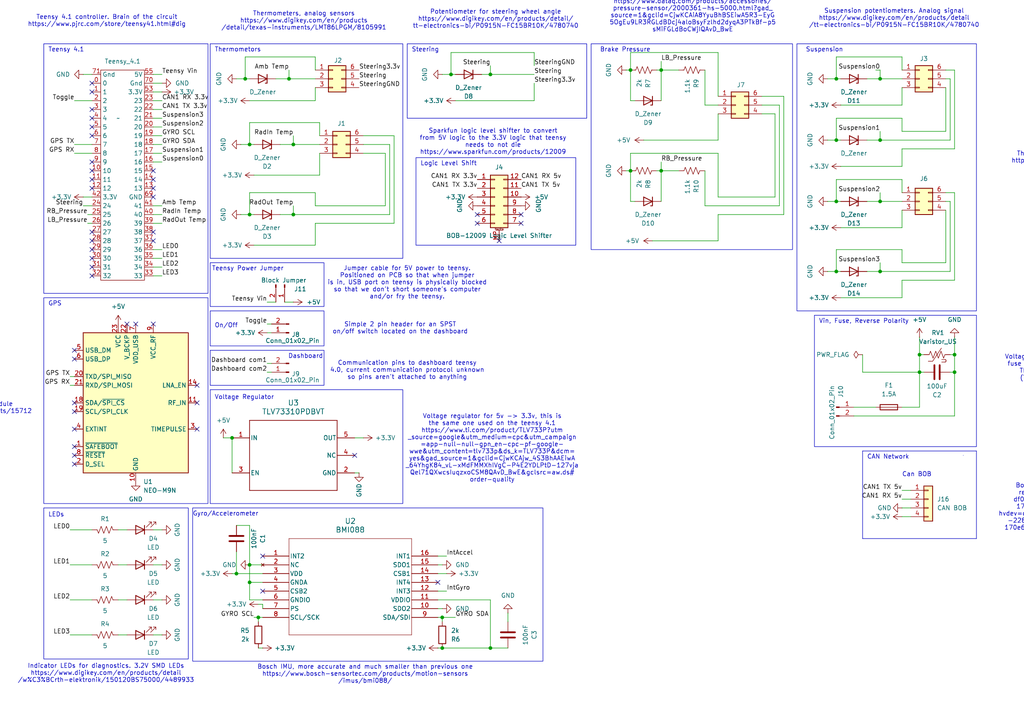
<source format=kicad_sch>
(kicad_sch (version 20231120) (generator "eeschema") (generator_version "8.0")
  (paper "A4")
  (title_block (title "HAL-9 Teensy 4.1 Breakout Board") (rev "2.1.2") (company "WAZZU Racing") (comment 1 "Code By: Aidan Bachart") (comment 2 "Design By: Carson Clary"))
  (lib_symbols
    (symbol "2024-09-11_23-58-10:BMI088" (pin_names (offset 0.254))
      (property "Reference" "U" (at 25.4 10.16 0))
      (property "Value" "BMI088" (at 25.4 7.62 0))
      (symbol "BMI088_0_1"
        (pin bidirectional line (at 0 0 0) (length 7.62) (name "INT2") (number "1"))
        (pin bidirectional line (at 50.8 -15.24 180) (length 7.62) (name "SDO2") (number "10"))
        (pin power_in line (at 50.8 -12.7 180) (length 7.62) (name "VDDIO") (number "11"))
        (pin bidirectional line (at 50.8 -10.16 180) (length 7.62) (name "INT3") (number "12"))
        (pin bidirectional line (at 50.8 -7.62 180) (length 7.62) (name "INT4") (number "13"))
        (pin bidirectional line (at 50.8 -5.08 180) (length 7.62) (name "CSB1") (number "14"))
        (pin bidirectional line (at 50.8 -2.54 180) (length 7.62) (name "SDO1") (number "15"))
        (pin bidirectional line (at 50.8 0 180) (length 7.62) (name "INT1") (number "16"))
        (pin no_connect line (at 0 -2.54 0) (length 7.62) (name "NC") (number "2"))
        (pin power_in line (at 0 -5.08 0) (length 7.62) (name "VDD") (number "3"))
        (pin power_out line (at 0 -7.62 0) (length 7.62) (name "GNDA") (number "4"))
        (pin bidirectional line (at 0 -10.16 0) (length 7.62) (name "CSB2") (number "5"))
        (pin power_out line (at 0 -12.7 0) (length 7.62) (name "GNDIO") (number "6"))
        (pin unspecified line (at 0 -15.24 0) (length 7.62) (name "PS") (number "7"))
        (pin unspecified line (at 0 -17.78 0) (length 7.62) (name "SCL/SCK") (number "8"))
        (pin unspecified line (at 50.8 -17.78 180) (length 7.62) (name "SDA/SDI") (number "9"))
      )
    )
    (symbol "Connector:Conn_01x02_Pin" (pin_names (offset 1.016) hide)
      (property "Reference" "J" (at 0 2.54 0))
      (property "Value" "Conn_01x02_Pin" (at 0 -5.08 0))
      (symbol "Conn_01x02_Pin_1_1"
        (pin passive line (at 5.08 0 180) (length 3.81) (name "Pin_1") (number "1"))
        (pin passive line (at 5.08 -2.54 180) (length 3.81) (name "Pin_2") (number "2"))
      )
    )
    (symbol "Connector_Generic:Conn_01x04" (pin_names (offset 1.016) hide)
      (property "Reference" "J" (at 0 5.08 0))
      (property "Value" "Conn_01x04" (at 0 -7.62 0))
      (symbol "Conn_01x04_1_1"
        (pin passive line (at -5.08 2.54 0) (length 3.81) (name "Pin_1") (number "1"))
        (pin passive line (at -5.08 0 0) (length 3.81) (name "Pin_2") (number "2"))
        (pin passive line (at -5.08 -2.54 0) (length 3.81) (name "Pin_3") (number "3"))
        (pin passive line (at -5.08 -5.08 0) (length 3.81) (name "Pin_4") (number "4"))
      )
    )
    (symbol "Connector_Generic:Conn_02x03_Counter_Clockwise" (pin_names (offset 1.016) hide)
      (property "Reference" "J" (at 1.27 5.08 0))
      (property "Value" "Conn_02x03_Counter_Clockwise" (at 1.27 -5.08 0))
      (symbol "Conn_02x03_Counter_Clockwise_1_1"
        (pin passive line (at -5.08 2.54 0) (length 3.81) (name "Pin_1") (number "1"))
        (pin passive line (at -5.08 0 0) (length 3.81) (name "Pin_2") (number "2"))
        (pin passive line (at -5.08 -2.54 0) (length 3.81) (name "Pin_3") (number "3"))
        (pin passive line (at 7.62 -2.54 180) (length 3.81) (name "Pin_4") (number "4"))
        (pin passive line (at 7.62 0 180) (length 3.81) (name "Pin_5") (number "5"))
        (pin passive line (at 7.62 2.54 180) (length 3.81) (name "Pin_6") (number "6"))
      )
    )
    (symbol "Connector_Generic_MountingPin:Conn_02x06_Counter_Clockwise_MountingPin" (pin_names (offset 1.016) hide)
      (property "Reference" "J" (at 1.27 7.62 0))
      (property "Value" "Conn_02x06_Counter_Clockwise_MountingPin" (at 2.54 -10.16 0))
      (symbol "Conn_02x06_Counter_Clockwise_MountingPin_1_1"
        (text "Mounting" (at 1.27 -9.271 0) (effects (font (size 0.381 0.381))))
        (pin passive line (at -5.08 5.08 0) (length 3.81) (name "Pin_1") (number "1"))
        (pin passive line (at 7.62 0 180) (length 3.81) (name "Pin_10") (number "10"))
        (pin passive line (at 7.62 2.54 180) (length 3.81) (name "Pin_11") (number "11"))
        (pin passive line (at 7.62 5.08 180) (length 3.81) (name "Pin_12") (number "12"))
        (pin passive line (at -5.08 2.54 0) (length 3.81) (name "Pin_2") (number "2"))
        (pin passive line (at -5.08 0 0) (length 3.81) (name "Pin_3") (number "3"))
        (pin passive line (at -5.08 -2.54 0) (length 3.81) (name "Pin_4") (number "4"))
        (pin passive line (at -5.08 -5.08 0) (length 3.81) (name "Pin_5") (number "5"))
        (pin passive line (at -5.08 -7.62 0) (length 3.81) (name "Pin_6") (number "6"))
        (pin passive line (at 7.62 -7.62 180) (length 3.81) (name "Pin_7") (number "7"))
        (pin passive line (at 7.62 -5.08 180) (length 3.81) (name "Pin_8") (number "8"))
        (pin passive line (at 7.62 -2.54 180) (length 3.81) (name "Pin_9") (number "9"))
        (pin passive line (at 1.27 -12.7 90) (length 3.048) (name "MountPin") (number "MP"))
      )
    )
    (symbol "Custom Symbols:TLV73310PDBVT" (pin_names (offset 0.254))
      (property "Reference" "U" (at 0 2.54 0))
      (property "Value" "TLV73310PDBVT" (at 0 0 0))
      (symbol "TLV73310PDBVT_0_1"
        (pin power_in line (at -17.78 5.08 0) (length 5.08) (name "IN") (number "1"))
        (pin power_in line (at 17.78 -5.08 180) (length 5.08) (name "GND") (number "2"))
        (pin input line (at -17.78 -5.08 0) (length 5.08) (name "EN") (number "3"))
        (pin unspecified line (at 17.78 0 180) (length 5.08) (name "NC") (number "4"))
        (pin power_in line (at 17.78 5.08 180) (length 5.08) (name "OUT") (number "5"))
      )
    )
    (symbol "Custom_lib:Teensy_4.1"
      (property "Reference" "Teensy_4.1" (at -1.27 31.75 0))
      (symbol "Teensy_4.1_1_1"
        (pin bidirectional line (at -8.89 26.67 0) (length 2.54) (name "0") (number "0"))
        (pin bidirectional line (at -8.89 24.13 0) (length 2.54) (name "1") (number "1"))
        (pin bidirectional line (at -8.89 1.27 0) (length 2.54) (name "10") (number "10"))
        (pin bidirectional line (at -8.89 -1.27 0) (length 2.54) (name "11") (number "11"))
        (pin bidirectional line (at -8.89 -3.81 0) (length 2.54) (name "12") (number "12"))
        (pin bidirectional line (at 8.89 -3.81 180) (length 2.54) (name "13") (number "13"))
        (pin bidirectional line (at 8.89 -1.27 180) (length 2.54) (name "14") (number "14"))
        (pin bidirectional line (at 8.89 1.27 180) (length 2.54) (name "15") (number "15"))
        (pin bidirectional line (at 8.89 3.81 180) (length 2.54) (name "16") (number "16"))
        (pin bidirectional line (at 8.89 6.35 180) (length 2.54) (name "17") (number "17"))
        (pin bidirectional line (at 8.89 8.89 180) (length 2.54) (name "18") (number "18"))
        (pin bidirectional line (at 8.89 11.43 180) (length 2.54) (name "19") (number "19"))
        (pin bidirectional line (at -8.89 21.59 0) (length 2.54) (name "2") (number "2"))
        (pin bidirectional line (at 8.89 13.97 180) (length 2.54) (name "20") (number "20"))
        (pin bidirectional line (at 8.89 16.51 180) (length 2.54) (name "21") (number "21"))
        (pin bidirectional line (at 8.89 19.05 180) (length 2.54) (name "22") (number "22"))
        (pin bidirectional line (at 8.89 21.59 180) (length 2.54) (name "23") (number "23"))
        (pin bidirectional line (at -8.89 -8.89 0) (length 2.54) (name "24") (number "24"))
        (pin bidirectional line (at -8.89 -11.43 0) (length 2.54) (name "25") (number "25"))
        (pin bidirectional line (at -8.89 -13.97 0) (length 2.54) (name "26") (number "26"))
        (pin bidirectional line (at -8.89 -16.51 0) (length 2.54) (name "27") (number "27"))
        (pin bidirectional line (at -8.89 -19.05 0) (length 2.54) (name "28") (number "28"))
        (pin bidirectional line (at -8.89 -21.59 0) (length 2.54) (name "29") (number "29"))
        (pin bidirectional line (at -8.89 19.05 0) (length 2.54) (name "3") (number "3"))
        (pin bidirectional line (at -8.89 -24.13 0) (length 2.54) (name "30") (number "30"))
        (pin bidirectional line (at -8.89 -26.67 0) (length 2.54) (name "31") (number "31"))
        (pin bidirectional line (at -8.89 -29.21 0) (length 2.54) (name "32") (number "32"))
        (pin bidirectional line (at 8.89 -29.21 180) (length 2.54) (name "33") (number "33"))
        (pin bidirectional line (at 8.89 -26.67 180) (length 2.54) (name "34") (number "34"))
        (pin bidirectional line (at 8.89 -24.13 180) (length 2.54) (name "35") (number "35"))
        (pin bidirectional line (at 8.89 -21.59 180) (length 2.54) (name "36") (number "36"))
        (pin bidirectional line (at 8.89 -19.05 180) (length 2.54) (name "37") (number "37"))
        (pin bidirectional line (at 8.89 -16.51 180) (length 2.54) (name "38") (number "38"))
        (pin bidirectional line (at 8.89 -13.97 180) (length 2.54) (name "39") (number "39"))
        (pin bidirectional line (at -8.89 16.51 0) (length 2.54) (name "4") (number "4"))
        (pin bidirectional line (at 8.89 -11.43 180) (length 2.54) (name "40") (number "40"))
        (pin bidirectional line (at 8.89 -8.89 180) (length 2.54) (name "41") (number "41"))
        (pin passive line (at -8.89 -6.35 0) (length 2.54) (name "3.3V") (number "42"))
        (pin bidirectional line (at -8.89 13.97 0) (length 2.54) (name "5") (number "5"))
        (pin passive line (at 8.89 24.13 180) (length 2.54) (name "3.3V") (number "53"))
        (pin passive line (at 8.89 29.21 180) (length 2.54) (name "5V") (number "55"))
        (pin bidirectional line (at -8.89 11.43 0) (length 2.54) (name "6") (number "6"))
        (pin bidirectional line (at 8.89 -6.35 180) (length 2.54) (name "GND") (number "69"))
        (pin bidirectional line (at -8.89 8.89 0) (length 2.54) (name "7") (number "7"))
        (pin passive line (at 8.89 26.67 180) (length 2.54) (name "Gnd") (number "70"))
        (pin passive line (at -8.89 29.21 0) (length 2.54) (name "Gnd") (number "71"))
        (pin bidirectional line (at -8.89 6.35 0) (length 2.54) (name "8") (number "8"))
        (pin bidirectional line (at -8.89 3.81 0) (length 2.54) (name "9") (number "9"))
      )
    )
    (symbol "Device:C" (pin_numbers hide) (pin_names (offset 0.254))
      (property "Reference" "C" (at 0.635 2.54 0))
      (property "Value" "C" (at 0.635 -2.54 0))
      (symbol "C_1_1"
        (pin passive line (at 0 3.81 270) (length 2.794) (name "~") (number "1"))
        (pin passive line (at 0 -3.81 90) (length 2.794) (name "~") (number "2"))
      )
    )
    (symbol "Device:D_Zener" (pin_numbers hide) (pin_names (offset 1.016) hide)
      (property "Reference" "D" (at 0 2.54 0))
      (property "Value" "D_Zener" (at 0 -2.54 0))
      (symbol "D_Zener_1_1"
        (pin passive line (at -3.81 0 0) (length 2.54) (name "K") (number "1"))
        (pin passive line (at 3.81 0 180) (length 2.54) (name "A") (number "2"))
      )
    )
    (symbol "Device:Fuse" (pin_numbers hide) (pin_names (offset 0))
      (property "Reference" "F" (at 2.032 0 90))
      (property "Value" "Fuse" (at -1.905 0 90))
      (symbol "Fuse_1_1"
        (pin passive line (at 0 3.81 270) (length 1.27) (name "~") (number "1"))
        (pin passive line (at 0 -3.81 90) (length 1.27) (name "~") (number "2"))
      )
    )
    (symbol "Device:LED" (pin_numbers hide) (pin_names (offset 1.016) hide)
      (property "Reference" "D" (at 0 2.54 0))
      (property "Value" "LED" (at 0 -2.54 0))
      (symbol "LED_1_1"
        (pin passive line (at -3.81 0 0) (length 2.54) (name "K") (number "1"))
        (pin passive line (at 3.81 0 180) (length 2.54) (name "A") (number "2"))
      )
    )
    (symbol "Device:R" (pin_numbers hide) (pin_names (offset 0))
      (property "Reference" "R" (at 2.032 0 90))
      (property "Value" "R" (at 0 0 90))
      (symbol "R_1_1"
        (pin passive line (at 0 3.81 270) (length 1.27) (name "~") (number "1"))
        (pin passive line (at 0 -3.81 90) (length 1.27) (name "~") (number "2"))
      )
    )
    (symbol "Device:R_US" (pin_numbers hide) (pin_names (offset 0))
      (property "Reference" "R" (at 2.54 0 90))
      (property "Value" "R_US" (at -2.54 0 90))
      (symbol "R_US_1_1"
        (pin passive line (at 0 3.81 270) (length 1.27) (name "~") (number "1"))
        (pin passive line (at 0 -3.81 90) (length 1.27) (name "~") (number "2"))
      )
    )
    (symbol "Device:Varistor_US" (pin_numbers hide) (pin_names (offset 0))
      (property "Reference" "RV" (at 3.175 0 90))
      (property "Value" "Varistor_US" (at -3.175 0 90))
      (symbol "Varistor_US_0_0"
        (text "U" (at -1.778 -2.032 0) (effects (font (size 1.27 1.27))))
      )
      (symbol "Varistor_US_1_1"
        (pin passive line (at 0 3.81 270) (length 1.27) (name "~") (number "1"))
        (pin passive line (at 0 -3.81 90) (length 1.27) (name "~") (number "2"))
      )
    )
    (symbol "RF_GPS:NEO-M9N"
      (property "Reference" "U" (at -13.97 21.59 0))
      (property "Value" "NEO-M9N" (at 11.43 21.59 0))
      (symbol "NEO-M9N_1_1"
        (pin input line (at -17.78 -12.7 0) (length 2.54) (name "~{SAFEBOOT}") (number "1"))
        (pin power_in line (at 0 -22.86 90) (length 2.54) (name "GND") (number "10"))
        (pin input line (at 17.78 0 180) (length 2.54) (name "RF_IN") (number "11"))
        (pin passive line (at 0 -22.86 90) (length 2.54) hide (name "GND") (number "12"))
        (pin passive line (at 0 -22.86 90) (length 2.54) hide (name "GND") (number "13"))
        (pin output line (at 17.78 5.08 180) (length 2.54) (name "LNA_EN") (number "14"))
        (pin no_connect line (at 15.24 -10.16 180) (length 2.54) hide (name "RESERVED") (number "15"))
        (pin no_connect line (at 15.24 -12.7 180) (length 2.54) hide (name "RESERVED") (number "16"))
        (pin no_connect line (at 15.24 -15.24 180) (length 2.54) hide (name "RESERVED") (number "17"))
        (pin bidirectional line (at -17.78 0 0) (length 2.54) (name "SDA/~{SPI_CS}") (number "18"))
        (pin input line (at -17.78 -2.54 0) (length 2.54) (name "SCL/SPI_CLK") (number "19"))
        (pin input line (at -17.78 -17.78 0) (length 2.54) (name "D_SEL") (number "2"))
        (pin output line (at -17.78 7.62 0) (length 2.54) (name "TXD/SPI_MISO") (number "20"))
        (pin input line (at -17.78 5.08 0) (length 2.54) (name "RXD/SPI_MOSI") (number "21"))
        (pin power_in line (at -2.54 22.86 270) (length 2.54) (name "V_BCKP") (number "22"))
        (pin power_in line (at -5.08 22.86 270) (length 2.54) (name "VCC") (number "23"))
        (pin passive line (at 0 -22.86 90) (length 2.54) hide (name "GND") (number "24"))
        (pin output line (at 17.78 -7.62 180) (length 2.54) (name "TIMEPULSE") (number "3"))
        (pin input line (at -17.78 -7.62 0) (length 2.54) (name "EXTINT") (number "4"))
        (pin bidirectional line (at -17.78 15.24 0) (length 2.54) (name "USB_DM") (number "5"))
        (pin bidirectional line (at -17.78 12.7 0) (length 2.54) (name "USB_DP") (number "6"))
        (pin power_in line (at 0 22.86 270) (length 2.54) (name "VDD_USB") (number "7"))
        (pin input line (at -17.78 -15.24 0) (length 2.54) (name "~{RESET}") (number "8"))
        (pin power_out line (at 5.08 22.86 270) (length 2.54) (name "VCC_RF") (number "9"))
      )
    )
    (symbol "power:+3.3V" (power) (pin_numbers hide) (pin_names (offset 0) hide)
      (property "Value" "+3.3V" (at 0 3.556 0))
      (symbol "+3.3V_1_1"
        (pin power_in line (at 0 0 90) (length 0) (name "~") (number "1"))
      )
    )
    (symbol "power:+5V" (power) (pin_numbers hide) (pin_names (offset 0) hide)
      (property "Value" "+5V" (at 0 3.556 0))
      (symbol "+5V_1_1"
        (pin power_in line (at 0 0 90) (length 0) (name "~") (number "1"))
      )
    )
    (symbol "power:GND" (power) (pin_numbers hide) (pin_names (offset 0) hide)
      (property "Value" "GND" (at 0 -3.81 0))
      (symbol "GND_1_1"
        (pin power_in line (at 0 0 270) (length 0) (name "~") (number "1"))
      )
    )
    (symbol "power:PWR_FLAG" (power) (pin_numbers hide) (pin_names (offset 0) hide)
      (property "Value" "PWR_FLAG" (at 0 3.81 0))
      (symbol "PWR_FLAG_0_0"
        (pin power_out line (at 0 0 90) (length 0) (name "~") (number "1"))
      )
    )
  )
  (junction (at 276.86 102.87))
  (junction (at 83.82 22.86))
  (junction (at 72.39 62.23))
  (junction (at 242.57 22.86))
  (junction (at 68.58 166.37))
  (junction (at 242.57 58.42))
  (junction (at 67.31 127))
  (junction (at 191.77 20.32))
  (junction (at 266.7 107.95))
  (junction (at 130.81 21.59))
  (junction (at 142.24 21.59))
  (junction (at 182.88 20.32))
  (junction (at 85.09 62.23))
  (junction (at 266.7 102.87))
  (junction (at 72.39 168.91))
  (junction (at 276.86 107.95))
  (junction (at 71.12 22.86))
  (junction (at 182.88 49.53))
  (junction (at 74.93 179.07))
  (junction (at 255.27 22.86))
  (junction (at 142.24 187.96))
  (junction (at 255.27 40.64))
  (junction (at 255.27 78.74))
  (junction (at 242.57 40.64))
  (junction (at 85.09 41.91))
  (junction (at 72.39 163.83))
  (junction (at 128.27 179.07))
  (junction (at 255.27 58.42))
  (junction (at 242.57 78.74))
  (junction (at 72.39 41.91))
  (junction (at 128.27 187.96))
  (junction (at 191.77 49.53))
  (no_connect (at 26.67 72.39))
  (no_connect (at 44.45 69.85))
  (no_connect (at 26.67 36.83))
  (no_connect (at 26.67 80.01))
  (no_connect (at 26.67 24.13))
  (no_connect (at 57.15 116.84))
  (no_connect (at 44.45 52.07))
  (no_connect (at 44.45 54.61))
  (no_connect (at 26.67 46.99))
  (no_connect (at 26.67 49.53))
  (no_connect (at 57.15 111.76))
  (no_connect (at 21.59 132.08))
  (no_connect (at 21.59 129.54))
  (no_connect (at 21.59 134.62))
  (no_connect (at 144.78 69.85))
  (no_connect (at 26.67 69.85))
  (no_connect (at 26.67 74.93))
  (no_connect (at 26.67 77.47))
  (no_connect (at 138.43 64.77))
  (no_connect (at 26.67 34.29))
  (no_connect (at 39.37 93.98))
  (no_connect (at 21.59 104.14))
  (no_connect (at 26.67 67.31))
  (no_connect (at 44.45 67.31))
  (no_connect (at 57.15 124.46))
  (no_connect (at 127 168.91))
  (no_connect (at 26.67 54.61))
  (no_connect (at 21.59 124.46))
  (no_connect (at 44.45 49.53))
  (no_connect (at 21.59 116.84))
  (no_connect (at 21.59 101.6))
  (no_connect (at 44.45 93.98))
  (no_connect (at 76.2 161.29))
  (no_connect (at 21.59 119.38))
  (no_connect (at 26.67 52.07))
  (no_connect (at 151.13 62.23))
  (no_connect (at 26.67 26.67))
  (no_connect (at 36.83 93.98))
  (no_connect (at 138.43 62.23))
  (no_connect (at 102.87 132.08))
  (no_connect (at 76.2 171.45))
  (no_connect (at 26.67 31.75))
  (no_connect (at 151.13 64.77))
  (no_connect (at 44.45 57.15))
  (no_connect (at 26.67 39.37))
  (wire (pts (xy 274.32 60.96) (xy 274.32 76.2)))
  (wire (pts (xy 191.77 49.53) (xy 196.85 49.53)))
  (wire (pts (xy 74.93 175.26) (xy 76.2 175.26)))
  (wire (pts (xy 34.29 163.83) (xy 36.83 163.83)))
  (wire (pts (xy 276.86 55.88) (xy 274.32 55.88)))
  (wire (pts (xy 191.77 49.53) (xy 191.77 58.42)))
  (wire (pts (xy 251.46 22.86) (xy 255.27 22.86)))
  (wire (pts (xy 44.45 153.67) (xy 46.99 153.67)))
  (wire (pts (xy 250.19 107.95) (xy 266.7 107.95)))
  (wire (pts (xy 25.4 64.77) (xy 26.67 64.77)))
  (wire (pts (xy 20.32 184.15) (xy 26.67 184.15)))
  (wire (pts (xy 127 173.99) (xy 142.24 173.99)))
  (wire (pts (xy 182.88 20.32) (xy 182.88 29.21)))
  (wire (pts (xy 261.62 22.86) (xy 255.27 22.86)))
  (wire (pts (xy 276.86 97.79) (xy 276.86 102.87)))
  (wire (pts (xy 92.71 44.45) (xy 92.71 50.8)))
  (wire (pts (xy 91.44 71.12) (xy 73.66 71.12)))
  (wire (pts (xy 204.47 49.53) (xy 204.47 59.69)))
  (wire (pts (xy 184.15 29.21) (xy 182.88 29.21)))
  (wire (pts (xy 44.45 26.67) (xy 46.99 26.67)))
  (wire (pts (xy 186.69 40.64) (xy 208.28 40.64)))
  (wire (pts (xy 114.3 64.77) (xy 114.3 39.37)))
  (wire (pts (xy 81.28 41.91) (xy 85.09 41.91)))
  (wire (pts (xy 154.94 24.13) (xy 154.94 29.21)))
  (wire (pts (xy 154.94 15.24) (xy 154.94 19.05)))
  (wire (pts (xy 44.45 163.83) (xy 46.99 163.83)))
  (wire (pts (xy 226.06 30.48) (xy 226.06 59.69)))
  (wire (pts (xy 91.44 25.4) (xy 91.44 29.21)))
  (wire (pts (xy 44.45 29.21) (xy 46.99 29.21)))
  (wire (pts (xy 44.45 64.77) (xy 46.99 64.77)))
  (wire (pts (xy 261.62 144.78) (xy 264.16 144.78)))
  (wire (pts (xy 261.62 52.07) (xy 261.62 55.88)))
  (wire (pts (xy 276.86 102.87) (xy 276.86 107.95)))
  (wire (pts (xy 266.7 102.87) (xy 267.97 102.87)))
  (wire (pts (xy 128.27 179.07) (xy 132.08 179.07)))
  (wire (pts (xy 69.85 62.23) (xy 72.39 62.23)))
  (wire (pts (xy 276.86 43.18) (xy 261.62 43.18)))
  (wire (pts (xy 72.39 35.56) (xy 92.71 35.56)))
  (wire (pts (xy 72.39 168.91) (xy 72.39 173.99)))
  (wire (pts (xy 255.27 78.74) (xy 275.59 78.74)))
  (wire (pts (xy 242.57 78.74) (xy 242.57 72.39)))
  (wire (pts (xy 44.45 184.15) (xy 46.99 184.15)))
  (wire (pts (xy 139.7 21.59) (xy 142.24 21.59)))
  (wire (pts (xy 21.59 44.45) (xy 26.67 44.45)))
  (wire (pts (xy 91.44 22.86) (xy 83.82 22.86)))
  (wire (pts (xy 72.39 152.4) (xy 72.39 163.83)))
  (wire (pts (xy 113.03 62.23) (xy 113.03 41.91)))
  (wire (pts (xy 255.27 76.2) (xy 255.27 78.74)))
  (wire (pts (xy 261.62 72.39) (xy 261.62 76.2)))
  (wire (pts (xy 91.44 59.69) (xy 91.44 55.88)))
  (wire (pts (xy 111.76 44.45) (xy 105.41 44.45)))
  (wire (pts (xy 251.46 58.42) (xy 255.27 58.42)))
  (wire (pts (xy 204.47 20.32) (xy 204.47 30.48)))
  (wire (pts (xy 182.88 20.32) (xy 182.88 15.24)))
  (wire (pts (xy 240.03 40.64) (xy 242.57 40.64)))
  (wire (pts (xy 266.7 118.11) (xy 266.7 107.95)))
  (wire (pts (xy 127 171.45) (xy 129.54 171.45)))
  (wire (pts (xy 128.27 176.53) (xy 127 176.53)))
  (wire (pts (xy 275.59 58.42) (xy 274.32 58.42)))
  (wire (pts (xy 182.88 49.53) (xy 182.88 58.42)))
  (wire (pts (xy 91.44 59.69) (xy 111.76 59.69)))
  (polyline (pts (xy 250.19 130.81) (xy 250.19 156.21)))
  (wire (pts (xy 191.77 20.32) (xy 191.77 29.21)))
  (wire (pts (xy 242.57 52.07) (xy 261.62 52.07)))
  (wire (pts (xy 127 187.96) (xy 128.27 187.96)))
  (wire (pts (xy 74.93 180.34) (xy 74.93 179.07)))
  (wire (pts (xy 275.59 58.42) (xy 275.59 78.74)))
  (wire (pts (xy 243.84 22.86) (xy 242.57 22.86)))
  (wire (pts (xy 85.09 59.69) (xy 85.09 62.23)))
  (wire (pts (xy 220.98 30.48) (xy 226.06 30.48)))
  (wire (pts (xy 250.19 102.87) (xy 250.19 107.95)))
  (wire (pts (xy 182.88 44.45) (xy 208.28 44.45)))
  (wire (pts (xy 266.7 102.87) (xy 266.7 107.95)))
  (wire (pts (xy 276.86 81.28) (xy 261.62 81.28)))
  (wire (pts (xy 142.24 21.59) (xy 154.94 21.59)))
  (wire (pts (xy 85.09 41.91) (xy 92.71 41.91)))
  (wire (pts (xy 20.32 109.22) (xy 21.59 109.22)))
  (wire (pts (xy 276.86 20.32) (xy 276.86 43.18)))
  (wire (pts (xy 128.27 187.96) (xy 142.24 187.96)))
  (wire (pts (xy 44.45 72.39) (xy 46.99 72.39)))
  (wire (pts (xy 184.15 58.42) (xy 182.88 58.42)))
  (wire (pts (xy 25.4 62.23) (xy 26.67 62.23)))
  (wire (pts (xy 46.99 59.69) (xy 44.45 59.69)))
  (wire (pts (xy 275.59 22.86) (xy 274.32 22.86)))
  (wire (pts (xy 72.39 22.86) (xy 71.12 22.86)))
  (wire (pts (xy 73.66 50.8) (xy 92.71 50.8)))
  (wire (pts (xy 24.13 21.59) (xy 26.67 21.59)))
  (wire (pts (xy 243.84 48.26) (xy 261.62 48.26)))
  (wire (pts (xy 44.45 21.59) (xy 46.99 21.59)))
  (wire (pts (xy 240.03 22.86) (xy 242.57 22.86)))
  (wire (pts (xy 189.23 69.85) (xy 208.28 69.85)))
  (wire (pts (xy 85.09 62.23) (xy 113.03 62.23)))
  (wire (pts (xy 181.61 49.53) (xy 182.88 49.53)))
  (wire (pts (xy 77.47 96.52) (xy 78.74 96.52)))
  (wire (pts (xy 76.2 175.26) (xy 76.2 176.53)))
  (wire (pts (xy 85.09 39.37) (xy 85.09 41.91)))
  (wire (pts (xy 208.28 57.15) (xy 224.79 57.15)))
  (wire (pts (xy 261.62 76.2) (xy 274.32 76.2)))
  (wire (pts (xy 208.28 62.23) (xy 208.28 69.85)))
  (wire (pts (xy 20.32 173.99) (xy 26.67 173.99)))
  (wire (pts (xy 127 179.07) (xy 128.27 179.07)))
  (wire (pts (xy 128.27 163.83) (xy 127 163.83)))
  (wire (pts (xy 276.86 102.87) (xy 275.59 102.87)))
  (wire (pts (xy 142.24 173.99) (xy 142.24 187.96)))
  (wire (pts (xy 81.28 62.23) (xy 85.09 62.23)))
  (wire (pts (xy 91.44 64.77) (xy 91.44 71.12)))
  (wire (pts (xy 243.84 78.74) (xy 242.57 78.74)))
  (wire (pts (xy 132.08 21.59) (xy 130.81 21.59)))
  (wire (pts (xy 130.81 15.24) (xy 130.81 21.59)))
  (wire (pts (xy 243.84 66.04) (xy 261.62 66.04)))
  (wire (pts (xy 44.45 31.75) (xy 46.99 31.75)))
  (wire (pts (xy 275.59 40.64) (xy 275.59 22.86)))
  (wire (pts (xy 67.31 127) (xy 67.31 137.16)))
  (wire (pts (xy 111.76 59.69) (xy 111.76 44.45)))
  (wire (pts (xy 44.45 173.99) (xy 46.99 173.99)))
  (wire (pts (xy 255.27 55.88) (xy 255.27 58.42)))
  (wire (pts (xy 247.65 118.11) (xy 254 118.11)))
  (wire (pts (xy 261.62 38.1) (xy 274.32 38.1)))
  (wire (pts (xy 72.39 41.91) (xy 73.66 41.91)))
  (wire (pts (xy 243.84 86.36) (xy 261.62 86.36)))
  (wire (pts (xy 255.27 38.1) (xy 255.27 40.64)))
  (wire (pts (xy 72.39 168.91) (xy 76.2 168.91)))
  (wire (pts (xy 224.79 33.02) (xy 220.98 33.02)))
  (wire (pts (xy 34.29 153.67) (xy 36.83 153.67)))
  (wire (pts (xy 243.84 40.64) (xy 242.57 40.64)))
  (wire (pts (xy 147.32 177.8) (xy 147.32 180.34)))
  (wire (pts (xy 20.32 111.76) (xy 21.59 111.76)))
  (wire (pts (xy 21.59 41.91) (xy 26.67 41.91)))
  (wire (pts (xy 44.45 34.29) (xy 46.99 34.29)))
  (wire (pts (xy 77.47 87.63) (xy 80.01 87.63)))
  (wire (pts (xy 261.62 142.24) (xy 264.16 142.24)))
  (wire (pts (xy 68.58 22.86) (xy 71.12 22.86)))
  (wire (pts (xy 44.45 44.45) (xy 46.99 44.45)))
  (wire (pts (xy 181.61 20.32) (xy 182.88 20.32)))
  (wire (pts (xy 72.39 35.56) (xy 72.39 41.91)))
  (wire (pts (xy 191.77 46.99) (xy 191.77 49.53)))
  (wire (pts (xy 224.79 57.15) (xy 224.79 33.02)))
  (wire (pts (xy 266.7 118.11) (xy 261.62 118.11)))
  (wire (pts (xy 127 166.37) (xy 129.54 166.37)))
  (polyline (pts (xy 283.21 130.81) (xy 283.21 156.21)))
  (wire (pts (xy 208.28 62.23) (xy 227.33 62.23)))
  (wire (pts (xy 24.13 57.15) (xy 26.67 57.15)))
  (wire (pts (xy 261.62 25.4) (xy 261.62 30.48)))
  (polyline (pts (xy 250.19 130.81) (xy 283.21 130.81)))
  (wire (pts (xy 255.27 20.32) (xy 254 20.32)))
  (wire (pts (xy 261.62 147.32) (xy 264.16 147.32)))
  (wire (pts (xy 240.03 78.74) (xy 242.57 78.74)))
  (wire (pts (xy 226.06 59.69) (xy 204.47 59.69)))
  (wire (pts (xy 191.77 17.78) (xy 191.77 20.32)))
  (wire (pts (xy 68.58 166.37) (xy 67.31 166.37)))
  (wire (pts (xy 44.45 41.91) (xy 46.99 41.91)))
  (wire (pts (xy 204.47 30.48) (xy 208.28 30.48)))
  (wire (pts (xy 44.45 77.47) (xy 46.99 77.47)))
  (wire (pts (xy 261.62 43.18) (xy 261.62 48.26)))
  (wire (pts (xy 274.32 38.1) (xy 274.32 25.4)))
  (wire (pts (xy 102.87 127) (xy 105.41 127)))
  (wire (pts (xy 64.77 127) (xy 67.31 127)))
  (wire (pts (xy 74.93 179.07) (xy 76.2 179.07)))
  (wire (pts (xy 242.57 58.42) (xy 242.57 52.07)))
  (wire (pts (xy 128.27 180.34) (xy 128.27 179.07)))
  (wire (pts (xy 261.62 16.51) (xy 261.62 20.32)))
  (wire (pts (xy 71.12 16.51) (xy 91.44 16.51)))
  (wire (pts (xy 82.55 87.63) (xy 85.09 87.63)))
  (wire (pts (xy 46.99 62.23) (xy 44.45 62.23)))
  (wire (pts (xy 276.86 55.88) (xy 276.86 81.28)))
  (wire (pts (xy 261.62 60.96) (xy 261.62 66.04)))
  (wire (pts (xy 182.88 15.24) (xy 208.28 15.24)))
  (wire (pts (xy 44.45 39.37) (xy 46.99 39.37)))
  (wire (pts (xy 142.24 187.96) (xy 147.32 187.96)))
  (wire (pts (xy 83.82 20.32) (xy 83.82 22.86)))
  (wire (pts (xy 208.28 57.15) (xy 208.28 44.45)))
  (wire (pts (xy 255.27 20.32) (xy 255.27 22.86)))
  (wire (pts (xy 91.44 64.77) (xy 114.3 64.77)))
  (wire (pts (xy 266.7 97.79) (xy 266.7 102.87)))
  (wire (pts (xy 242.57 40.64) (xy 242.57 34.29)))
  (wire (pts (xy 74.93 187.96) (xy 76.2 187.96)))
  (wire (pts (xy 261.62 58.42) (xy 255.27 58.42)))
  (wire (pts (xy 91.44 55.88) (xy 72.39 55.88)))
  (polyline (pts (xy 283.21 156.21) (xy 250.19 156.21)))
  (wire (pts (xy 21.59 29.21) (xy 26.67 29.21)))
  (wire (pts (xy 77.47 107.95) (xy 78.74 107.95)))
  (wire (pts (xy 91.44 16.51) (xy 91.44 20.32)))
  (wire (pts (xy 242.57 16.51) (xy 261.62 16.51)))
  (wire (pts (xy 72.39 163.83) (xy 76.2 163.83)))
  (wire (pts (xy 242.57 22.86) (xy 242.57 16.51)))
  (wire (pts (xy 128.27 21.59) (xy 130.81 21.59)))
  (wire (pts (xy 20.32 163.83) (xy 26.67 163.83)))
  (wire (pts (xy 44.45 36.83) (xy 46.99 36.83)))
  (wire (pts (xy 34.29 173.99) (xy 36.83 173.99)))
  (wire (pts (xy 274.32 20.32) (xy 276.86 20.32)))
  (wire (pts (xy 69.85 41.91) (xy 72.39 41.91)))
  (wire (pts (xy 255.27 40.64) (xy 275.59 40.64)))
  (wire (pts (xy 132.08 29.21) (xy 154.94 29.21)))
  (wire (pts (xy 80.01 22.86) (xy 83.82 22.86)))
  (wire (pts (xy 240.03 58.42) (xy 242.57 58.42)))
  (wire (pts (xy 242.57 72.39) (xy 261.62 72.39)))
  (wire (pts (xy 251.46 40.64) (xy 255.27 40.64)))
  (wire (pts (xy 261.62 149.86) (xy 264.16 149.86)))
  (wire (pts (xy 142.24 19.05) (xy 142.24 21.59)))
  (wire (pts (xy 251.46 78.74) (xy 255.27 78.74)))
  (wire (pts (xy 227.33 27.94) (xy 220.98 27.94)))
  (wire (pts (xy 92.71 39.37) (xy 92.71 35.56)))
  (wire (pts (xy 114.3 39.37) (xy 105.41 39.37)))
  (wire (pts (xy 24.13 59.69) (xy 26.67 59.69)))
  (wire (pts (xy 113.03 41.91) (xy 105.41 41.91)))
  (wire (pts (xy 71.12 22.86) (xy 71.12 16.51)))
  (wire (pts (xy 247.65 120.65) (xy 276.86 120.65)))
  (wire (pts (xy 243.84 30.48) (xy 261.62 30.48)))
  (wire (pts (xy 72.39 173.99) (xy 76.2 173.99)))
  (wire (pts (xy 77.47 105.41) (xy 78.74 105.41)))
  (wire (pts (xy 77.47 93.98) (xy 78.74 93.98)))
  (wire (pts (xy 130.81 15.24) (xy 154.94 15.24)))
  (wire (pts (xy 73.66 179.07) (xy 74.93 179.07)))
  (wire (pts (xy 44.45 46.99) (xy 46.99 46.99)))
  (wire (pts (xy 73.66 62.23) (xy 72.39 62.23)))
  (wire (pts (xy 68.58 152.4) (xy 72.39 152.4)))
  (wire (pts (xy 191.77 49.53) (xy 190.5 49.53)))
  (wire (pts (xy 34.29 184.15) (xy 36.83 184.15)))
  (wire (pts (xy 44.45 24.13) (xy 46.99 24.13)))
  (wire (pts (xy 261.62 34.29) (xy 261.62 38.1)))
  (wire (pts (xy 191.77 20.32) (xy 196.85 20.32)))
  (wire (pts (xy 261.62 81.28) (xy 261.62 86.36)))
  (wire (pts (xy 242.57 34.29) (xy 261.62 34.29)))
  (wire (pts (xy 72.39 62.23) (xy 72.39 55.88)))
  (wire (pts (xy 227.33 62.23) (xy 227.33 27.94)))
  (wire (pts (xy 72.39 29.21) (xy 91.44 29.21)))
  (wire (pts (xy 68.58 160.02) (xy 68.58 166.37)))
  (wire (pts (xy 20.32 153.67) (xy 26.67 153.67)))
  (wire (pts (xy 191.77 20.32) (xy 190.5 20.32)))
  (wire (pts (xy 276.86 107.95) (xy 276.86 120.65)))
  (wire (pts (xy 76.2 166.37) (xy 68.58 166.37)))
  (wire (pts (xy 208.28 15.24) (xy 208.28 27.94)))
  (wire (pts (xy 104.14 137.16) (xy 102.87 137.16)))
  (wire (pts (xy 129.54 161.29) (xy 127 161.29)))
  (wire (pts (xy 44.45 80.01) (xy 46.99 80.01)))
  (wire (pts (xy 208.28 33.02) (xy 208.28 40.64)))
  (wire (pts (xy 243.84 58.42) (xy 242.57 58.42)))
  (wire (pts (xy 182.88 49.53) (xy 182.88 44.45)))
  (wire (pts (xy 266.7 107.95) (xy 267.97 107.95)))
  (wire (pts (xy 44.45 74.93) (xy 46.99 74.93)))
  (wire (pts (xy 72.39 168.91) (xy 72.39 163.83)))
  (wire (pts (xy 275.59 107.95) (xy 276.86 107.95)))
  (rectangle (start 12.7 12.7) (end 60.325 85.09))
  (rectangle (start 236.22 91.44) (end 283.21 129.54))
  (rectangle (start 171.45 12.7) (end 229.87 72.39))
  (rectangle (start 60.96 76.2) (end 93.98 88.9))
  (rectangle (start 60.96 12.7) (end 116.84 74.93))
  (rectangle (start 55.88 147.32) (end 157.48 191.77))
  (rectangle (start 120.65 45.72) (end 167.005 71.12))
  (rectangle (start 60.96 90.17) (end 93.98 100.33))
  (rectangle (start 279.4 132.08) (end 279.4 132.08))
  (rectangle (start 60.96 113.03) (end 116.84 146.05))
  (rectangle (start 12.7 147.32) (end 54.61 191.135))
  (rectangle (start 231.14 12.7) (end 283.21 90.17))
  (rectangle (start 60.96 101.6) (end 93.98 111.76))
  (rectangle (start 118.11 12.7) (end 170.18 34.29))
  (rectangle (start 12.7 86.36) (end 60.325 146.05))
  (text "Sparkfun NEO-M9N GPS module\nhttps://www.sparkfun.com/products/15712" (at -11.938 118.364 0) (effects (font (size 1.27 1.27))))
  (text "Steering" (at 119.38 15.24 0) (effects (font (size 1.27 1.27)) (justify left bottom)))
  (text "Sparkfun logic level shifter to convert\nfrom 5V logic to the 3.3V logic that teensy\nneeds to not die\nhttps://www.sparkfun.com/products/12009" (at 143.002 41.148 0) (effects (font (size 1.27 1.27))))
  (text "Teensy 4.1" (at 13.97 15.24 0) (effects (font (size 1.27 1.27)) (justify left bottom)))
  (text "to add for dashboard-\ncheck engine light -> 12V\non off light -> 12V\n7seg display ->?\nRPM LEDs ->?" (at -53.848 -0.254 0) (effects (font (size 1.27 1.27)) (justify left bottom)))
  (text "Logic Level Shift" (at 121.92 48.26 0) (effects (font (size 1.27 1.27)) (justify left bottom)))
  (text "Potentiometer for steering wheel angle\nhttps://www.digikey.com/en/products/detail/\ntt-electronics-bi/P0915N-FC15BR10K/4780740" (at 143.764 5.588 0) (effects (font (size 1.27 1.27))))
  (text "Teensy 4.1 controller. Brain of the circuit\nhttps://www.pjrc.com/store/teensy41.html#dig" (at 30.988 6.096 0) (effects (font (size 1.27 1.27))))
  (text "Teensy Power Jumper" (at 71.882 77.978 0) (effects (font (size 1.27 1.27))))
  (text "Suspension" (at 233.68 15.24 0) (effects (font (size 1.27 1.27)) (justify left bottom)))
  (text "Can BOB\n" (at 261.62 138.43 0) (effects (font (size 1.27 1.27)) (justify left bottom)))
  (text "Indicator LEDs for diagnostics. 3.2V SMD LEDs\nhttps://www.digikey.com/en/products/detail\n/w%C3%BCrth-elektronik/150120BS75000/4489933" (at 30.734 195.326 0) (effects (font (size 1.27 1.27))))
  (text "Jumper cable for 5V power to teensy.\nPositioned on PCB so that when jumper\nis in, USB port on teensy is physically blocked\nso that we don't short someone's computer\nand/or fry the teensy." (at 118.11 82.042 0) (effects (font (size 1.27 1.27))))
  (text "Voltage input @5V from buck converter.\nfuse and MOV added, MOV is optional.\nThis area may need some work\n(TVS? Zener? something else?)\nSmall fuse, 1-2 amps" (at 310.896 107.696 0) (effects (font (size 1.27 1.27))))
  (text "Simple 2 pin header for an SPST\non/off switch located on the dashboard" (at 116.078 95.25 0) (effects (font (size 1.27 1.27))))
  (text "GPS" (at 13.97 88.9 0) (effects (font (size 1.27 1.27)) (justify left bottom)))
  (text "Gyro/Accelerometer" (at 55.88 149.86 0) (effects (font (size 1.27 1.27)) (justify left bottom)))
  (text "To do for future: \nAdd brake light stuff\nAdd capability for 12v LED control\nmore CAN busses" (at -53.848 9.144 0) (effects (font (size 1.27 1.27)) (justify left bottom)))
  (text "Communication pins to dashboard teensy\n4.0, current communication protocol unknown\nso pins aren't attached to anything" (at 118.11 107.442 0) (effects (font (size 1.27 1.27))))
  (text "This is what is used for the zener diodes\nhttps://www.digikey.com/en/products/detail\n/onsemi/1SMA5913BT3G/918089" (at 315.214 46.736 0) (effects (font (size 1.27 1.27))))
  (text "CAN Tranciever. Takes 5V CAN input\nand converts to serial. Goes to logic\nlevel shifter J4 to convert to 3.3V\nhttps://www.amazon.com/SN65HVD230-CAN-\nBoard-Communication-Development/dp/B00KM6XMXO/\nref=asc_df_B00KM6XMXO/?tag=hyprod-20&linkCode=\ndf0&hvadid=692875362841&hvpos=&hvnetw=g&hvrand=\n17746059821667771795&hvpone=&hvptwo=&hvqmt=&\nhvdev=c&hvdvcmdl=&hvlocint=&hvlocphy=9033767&hvtargid=pla\n-2281435178378&psc=1&mcid=cdc714c3790e3a6db3f0c64\n170e616f8&hvocijid=17746059821667771795-B00KM6XMXO-\n&hvexpln=73" (at 321.818 144.018 0) (effects (font (size 1.27 1.27))))
  (text "Thermometers, analog sensors\nhttps://www.digikey.com/en/products\n/detail/texas-instruments/LMT86LPGM/8105991" (at 88.138 6.096 0) (effects (font (size 1.27 1.27))))
  (text "LEDs" (at 13.97 150.114 0) (effects (font (size 1.27 1.27)) (justify left bottom)))
  (text "Vin, Fuse, Reverse Polarity" (at 237.49 93.98 0) (effects (font (size 1.27 1.27)) (justify left bottom)))
  (text "Thermometors" (at 62.23 15.24 0) (effects (font (size 1.27 1.27)) (justify left bottom)))
  (text "Brake pressure transducers.\nThey are 5v sensors so voltage divider resistors\nare used. Noisy signal so added 100nF filter\ncapacitors to signal.\nhttps://www.dataq.com/products/accessories/\npressure-sensor/2000361-hs-5000.html?gad_\nsource=1&gclid=CjwKCAiA8YyuBhBSEiwA5R3-EyG\n5OgEu9LR3RGLdBDcj4aloBsyFzlhd2dyqA3PTkBf-p5\nsMiFGLdBoCWjIQAvD_BwE" (at 200.914 0.508 0) (effects (font (size 1.27 1.27))))
  (text "CAN Network" (at 251.46 133.35 0) (effects (font (size 1.27 1.27)) (justify left bottom)))
  (text "Suspension potentiometers. Analog signal\nhttps://www.digikey.com/en/products/detail\n/tt-electronics-bi/P0915N-FC15BR10K/4780740" (at 259.334 5.334 0) (effects (font (size 1.27 1.27))))
  (text "Brake Pressure" (at 173.99 15.24 0) (effects (font (size 1.27 1.27)) (justify left bottom)))
  (text "Dashboard" (at 83.566 104.14 0) (effects (font (size 1.27 1.27)) (justify left bottom)))
  (text "On/Off" (at 62.23 95.25 0) (effects (font (size 1.27 1.27)) (justify left bottom)))
  (text "Voltage Regulator" (at 70.866 115.316 0) (effects (font (size 1.27 1.27))))
  (text "Bosch IMU, more accurate and much smaller than previous one\nhttps://www.bosch-sensortec.com/products/motion-sensors\n/imus/bmi088/" (at 105.918 195.58 0) (effects (font (size 1.27 1.27))))
  (text "Voltage regulator for 5v -> 3.3v, this is\nthe same one used on the teensy 4.1\nhttps://www.ti.com/product/TLV733P?utm\n_source=google&utm_medium=cpc&utm_campaign\n=app-null-null-gpn_en-cpc-pf-google-\nwwe&utm_content=tlv733p&ds_k=TLV733P&dcm=\nyes&gad_source=1&gclid=CjwKCAjw_4S3BhAAEiwA\n_64YhgK84_vL-xMdFMMXhIVgC-P4E2YDLPtD-127vja\nQel71QXwcsIuqzxoCSM8QAvD_BwE&gclsrc=aw.ds#\norder-quality" (at 142.748 130.048 0) (effects (font (size 1.27 1.27))))
  (label "Steering" (at 154.94 21.59 0))
  (label "RadIn Temp" (at 46.99 62.23 0))
  (label "Steering3.3v" (at 104.14 20.32 0))
  (label "LED2" (at 20.32 173.99 180))
  (label "IntAccel" (at 129.54 161.29 0))
  (label "RB_Pressure" (at 191.77 46.99 0))
  (label "LED1" (at 46.99 74.93 0))
  (label "GPS TX" (at 20.32 109.22 180))
  (label "GYRO SCL" (at 46.99 39.37 0))
  (label "Dashboard com2" (at 77.47 107.95 180))
  (label "Suspension1" (at 46.99 44.45 0))
  (label "GYRO SCL" (at 73.66 179.07 180))
  (label "LED1" (at 20.32 163.83 180))
  (label "IntGyro" (at 129.54 171.45 0))
  (label "LED3" (at 20.32 184.15 180))
  (label "LED2" (at 46.99 77.47 0))
  (label "CAN1 TX 3.3v" (at 138.43 54.61 180))
  (label "Steering" (at 104.14 22.86 0))
  (label "GPS RX" (at 21.59 44.45 180))
  (label "Amb Temp" (at 83.82 20.32 180))
  (label "RadOut Temp" (at 85.09 59.69 180))
  (label "Steering" (at 24.13 59.69 180))
  (label "SteeringGND" (at 104.14 25.4 0))
  (label "CAN1 TX 5v" (at 151.13 54.61 0))
  (label "GPS TX" (at 21.59 41.91 180))
  (label "GPS RX" (at 20.32 111.76 180))
  (label "SteeringGND" (at 154.94 19.05 0))
  (label "GYRO SDA" (at 46.99 41.91 0))
  (label "Suspension2" (at 255.27 55.88 180))
  (label "Teensy Vin" (at 46.99 21.59 0))
  (label "Toggle" (at 21.59 29.21 180))
  (label "Toggle" (at 77.47 93.98 180))
  (label "Dashboard com1" (at 77.47 105.41 180))
  (label "RB_Pressure" (at 25.4 62.23 180))
  (label "GYRO SDA" (at 132.08 179.07 0))
  (label "CAN1 RX 5v" (at 261.62 144.78 180))
  (label "CAN1 RX 5v" (at 151.13 52.07 0))
  (label "RadOut Temp" (at 46.99 64.77 0))
  (label "Teensy Vin" (at 77.47 87.63 180))
  (label "Steering" (at 142.24 19.05 180))
  (label "LED0" (at 46.99 72.39 0))
  (label "CAN1 TX 5v" (at 261.62 142.24 180))
  (label "Suspension1" (at 255.27 38.1 180))
  (label "CAN1 RX 3.3v" (at 46.99 29.21 0))
  (label "LED3" (at 46.99 80.01 0))
  (label "Suspension3" (at 255.27 76.2 180))
  (label "Steering3.3v" (at 154.94 24.13 0))
  (label "Suspension0" (at 255.27 20.32 180))
  (label "Suspension3" (at 46.99 34.29 0))
  (label "LED0" (at 20.32 153.67 180))
  (label "CAN1 RX 3.3v" (at 138.43 52.07 180))
  (label "Suspension0" (at 46.99 46.99 0))
  (label "LB_Pressure" (at 25.4 64.77 180))
  (label "CAN1 TX 3.3v" (at 46.99 31.75 0))
  (label "RadIn Temp" (at 85.09 39.37 180))
  (label "Amb Temp" (at 46.99 59.69 0))
  (label "Suspension2" (at 46.99 36.83 0))
  (label "LB_Pressure" (at 191.77 17.78 0))
  (symbol (lib_id "power:+3.3V") (at 129.54 166.37 270) (mirror x) (unit 1)
    (property "Reference" "#PWR051" (effects (hide yes)))
    (property "Value" "+3.3V" (at 135.89 166.37 90))
    (property "Description" "Power symbol creates a global label with name \"+3.3V\"" (effects (hide yes)))
  )
  (symbol (lib_id "power:+3.3V") (at 67.31 166.37 90) (mirror x) (unit 1)
    (property "Reference" "#PWR024" (effects (hide yes)))
    (property "Value" "+3.3V" (at 60.96 166.37 90))
    (property "Description" "Power symbol creates a global label with name \"+3.3V\"" (effects (hide yes)))
  )
  (symbol (lib_id "Device:R_US") (at 30.48 184.15 270) (mirror x) (unit 1)
    (property "Reference" "R4" (at 30.48 180.975 90))
    (property "Value" "5" (at 30.48 187.325 90))
    (property "Footprint" "Resistor_SMD:R_0805_2012Metric_Pad1.20x1.40mm_HandSolder" (effects (hide yes)))
    (property "Description" "Resistor, US symbol" (effects (hide yes)))
  )
  (symbol (lib_id "power:GND") (at 68.58 22.86 270) (unit 1)
    (property "Reference" "#PWR08" (effects (hide yes)))
    (property "Value" "GND" (at 63.5 22.86 0))
    (property "Description" "Power symbol creates a global label with name \"GND\" , ground" (effects (hide yes)))
  )
  (symbol (lib_id "Device:LED") (at 40.64 163.83 180) (unit 1)
    (property "Reference" "D5" (at 44.45 166.37 0))
    (property "Value" "LED" (at 44.45 168.91 0))
    (property "Footprint" "LED_SMD:LED_1206_3216Metric_Pad1.42x1.75mm_HandSolder" (effects (hide yes)))
    (property "Description" "Light emitting diode" (effects (hide yes)))
  )
  (symbol (lib_id "power:GND") (at 128.27 163.83 90) (unit 1)
    (property "Reference" "#PWR049" (effects (hide yes)))
    (property "Value" "GND" (at 132.08 163.8299 90) (effects (justify right)))
    (property "Description" "Power symbol creates a global label with name \"GND\" , ground" (effects (hide yes)))
  )
  (symbol (lib_id "Device:R_US") (at 200.66 49.53 270) (unit 1)
    (property "Reference" "R10" (at 201.93 52.07 0) (effects (justify left)))
    (property "Value" "1.1k" (at 199.39 52.07 0) (effects (justify left)))
    (property "Footprint" "Resistor_SMD:R_0805_2012Metric_Pad1.20x1.40mm_HandSolder" (effects (hide yes)))
    (property "Description" "Resistor, US symbol" (effects (hide yes)))
  )
  (symbol (lib_id "power:+3.3V") (at 138.43 57.15 90) (unit 1)
    (property "Reference" "#PWR020" (effects (hide yes)))
    (property "Value" "+3.3V" (at 132.08 57.15 90))
    (property "Description" "Power symbol creates a global label with name \"+3.3V\"" (effects (hide yes)))
  )
  (symbol (lib_id "power:GND") (at 46.99 24.13 90) (unit 1)
    (property "Reference" "#PWR06" (effects (hide yes)))
    (property "Value" "GND" (at 50.8 24.13 90) (effects (justify right)))
    (property "Description" "Power symbol creates a global label with name \"GND\" , ground" (effects (hide yes)))
  )
  (symbol (lib_id "Device:R") (at 74.93 184.15 0) (mirror y) (unit 1)
    (property "Reference" "R5" (at 72.39 182.8799 0) (effects (justify left)))
    (property "Value" "2k" (at 72.39 185.4199 0) (effects (justify left)))
    (property "Footprint" "Resistor_SMD:R_0805_2012Metric_Pad1.20x1.40mm_HandSolder" (effects (hide yes)))
    (property "Description" "Resistor" (effects (hide yes)))
  )
  (symbol (lib_id "power:+5V") (at 151.13 57.15 270) (unit 1)
    (property "Reference" "#PWR022" (effects (hide yes)))
    (property "Value" "+5V" (at 154.94 57.1499 90) (effects (justify left)))
    (property "Description" "Power symbol creates a global label with name \"+5V\"" (effects (hide yes)))
  )
  (symbol (lib_id "power:GND") (at 276.86 97.79 180) (unit 1)
    (property "Reference" "#PWR044" (effects (hide yes)))
    (property "Value" "GND" (at 276.86 92.71 0))
    (property "Description" "Power symbol creates a global label with name \"GND\" , ground" (effects (hide yes)))
  )
  (symbol (lib_id "power:GND") (at 138.43 59.69 270) (unit 1)
    (property "Reference" "#PWR021" (effects (hide yes)))
    (property "Value" "GND" (at 133.35 59.69 0))
    (property "Description" "Power symbol creates a global label with name \"GND\" , ground" (effects (hide yes)))
  )
  (symbol (lib_id "Device:Varistor_US") (at 271.78 102.87 90) (unit 1)
    (property "Reference" "RV1" (at 272.0368 96.52 90))
    (property "Value" "Varistor_US" (at 272.0368 99.06 90))
    (property "Footprint" "Varistor:RV_Disc_D7mm_W4.9mm_P5mm" (effects (hide yes)))
    (property "Description" "Voltage dependent resistor, US symbol" (effects (hide yes)))
    (property "Sim.Name" "kicad_builtin_varistor" (effects (hide yes)))
    (property "Sim.Device" "SUBCKT" (effects (hide yes)))
    (property "Sim.Pins" "1=A 2=B" (effects (hide yes)))
    (property "Sim.Params" "threshold=1k" (effects (hide yes)))
    (property "Sim.Library" "${KICAD7_SYMBOL_DIR}/Simulation_SPICE.sp" (effects (hide yes)))
  )
  (symbol (lib_id "Connector_Generic:Conn_02x03_Counter_Clockwise") (at 96.52 22.86 0) (unit 1)
    (property "Reference" "J2" (at 98.044 17.526 0))
    (property "Value" "Conn_02x03_Counter_Clockwise" (effects (hide yes)))
    (property "Footprint" "2125201006:MOLEX_2125201006" (effects (hide yes)))
    (property "Description" "Generic connector, double row, 02x03, counter clockwise pin numbering scheme (similar to DIP package numbering), script generated (kicad-library-utils/schlib/autogen/connector/)" (effects (hide yes)))
  )
  (symbol (lib_id "power:GND") (at 46.99 163.83 90) (unit 1)
    (property "Reference" "#PWR015" (effects (hide yes)))
    (property "Value" "GND" (at 51.435 163.83 0))
    (property "Description" "Power symbol creates a global label with name \"GND\" , ground" (effects (hide yes)))
  )
  (symbol (lib_id "Custom_lib:Teensy_4.1") (at 35.56 50.8 0) (unit 1)
    (property "Reference" "Teensy_4.1" (at 35.56 17.78 0))
    (property "Value" "~" (at 34.29 34.29 0))
    (property "Footprint" "Custom Footprints:TEENSY41" (effects (hide yes)))
  )
  (symbol (lib_id "power:GND") (at 261.62 147.32 270) (unit 1)
    (property "Reference" "#PWR041" (effects (hide yes)))
    (property "Value" "GND" (at 256.54 147.32 90))
    (property "Description" "Power symbol creates a global label with name \"GND\" , ground" (effects (hide yes)))
  )
  (symbol (lib_id "power:+3.3V") (at 127 187.96 90) (mirror x) (unit 1)
    (property "Reference" "#PWR048" (effects (hide yes)))
    (property "Value" "+3.3V" (at 120.65 187.96 90))
    (property "Description" "Power symbol creates a global label with name \"+3.3V\"" (effects (hide yes)))
  )
  (symbol (lib_id "power:GND") (at 69.85 41.91 270) (unit 1)
    (property "Reference" "#PWR09" (effects (hide yes)))
    (property "Value" "GND" (at 64.77 41.91 0))
    (property "Description" "Power symbol creates a global label with name \"GND\" , ground" (effects (hide yes)))
  )
  (symbol (lib_id "Device:D_Zener") (at 187.96 58.42 180) (unit 1)
    (property "Reference" "D10" (at 187.96 64.77 0))
    (property "Value" "D_Zener" (at 187.96 62.23 0))
    (property "Footprint" "Diode_SMD:D_SMA_Handsoldering" (effects (hide yes)))
    (property "Description" "Zener diode" (effects (hide yes)))
  )
  (symbol (lib_id "Device:R") (at 128.27 184.15 0) (mirror x) (unit 1)
    (property "Reference" "R6" (at 130.81 185.4201 0) (effects (justify left)))
    (property "Value" "2k" (at 130.81 182.8801 0) (effects (justify left)))
    (property "Footprint" "Resistor_SMD:R_0805_2012Metric_Pad1.20x1.40mm_HandSolder" (effects (hide yes)))
    (property "Description" "Resistor" (effects (hide yes)))
  )
  (symbol (lib_id "power:+5V") (at 266.7 97.79 0) (unit 1)
    (property "Reference" "#PWR043" (effects (hide yes)))
    (property "Value" "+5V" (at 266.7 92.71 0))
    (property "Description" "Power symbol creates a global label with name \"+5V\"" (effects (hide yes)))
  )
  (symbol (lib_id "Connector_Generic:Conn_01x04") (at 269.24 144.78 0) (unit 1)
    (property "Reference" "J16" (at 271.78 144.78 0) (effects (justify left)))
    (property "Value" "CAN BOB" (at 271.78 147.32 0) (effects (justify left)))
    (property "Footprint" "Connector_PinSocket_2.54mm:PinSocket_1x04_P2.54mm_Vertical" (effects (hide yes)))
    (property "Description" "Generic connector, single row, 01x04, script generated (kicad-library-utils/schlib/autogen/connector/)" (effects (hide yes)))
  )
  (symbol (lib_id "RF_GPS:NEO-M9N") (at 39.37 116.84 0) (unit 1)
    (property "Reference" "U1" (at 41.5641 139.7 0) (effects (justify left)))
    (property "Value" "NEO-M9N" (at 41.5641 142.24 0) (effects (justify left)))
    (property "Footprint" "RF_GPS:ublox_NEO" (effects (hide yes)))
    (property "Datasheet" "https://www.u-blox.com/sites/default/files/NEO-M9N-00B_DataSheet_UBX-19014285.pdf" (effects (hide yes)))
    (property "Description" "GNSS Module NEO M8, VCC 2.7V to 3.6V" (effects (hide yes)))
  )
  (symbol (lib_id "Connector_Generic:Conn_02x03_Counter_Clockwise") (at 266.7 22.86 0) (unit 1)
    (property "Reference" "J3" (at 267.97 17.018 0))
    (property "Value" "Conn_02x03_Counter_Clockwise" (effects (hide yes)))
    (property "Footprint" "2125201006:MOLEX_2125201006" (effects (hide yes)))
    (property "Description" "Generic connector, double row, 02x03, counter clockwise pin numbering scheme (similar to DIP package numbering), script generated (kicad-library-utils/schlib/autogen/connector/)" (effects (hide yes)))
  )
  (symbol (lib_id "power:GND") (at 128.27 21.59 270) (unit 1)
    (property "Reference" "#PWR018" (effects (hide yes)))
    (property "Value" "GND" (at 123.19 21.59 0))
    (property "Description" "Power symbol creates a global label with name \"GND\" , ground" (effects (hide yes)))
  )
  (symbol (lib_id "Connector_Generic:Conn_02x03_Counter_Clockwise") (at 266.7 58.42 0) (unit 1)
    (property "Reference" "J6" (at 267.97 51.816 0))
    (property "Value" "Conn_02x03_Counter_Clockwise" (effects (hide yes)))
    (property "Footprint" "2125201006:MOLEX_2125201006" (effects (hide yes)))
    (property "Description" "Generic connector, double row, 02x03, counter clockwise pin numbering scheme (similar to DIP package numbering), script generated (kicad-library-utils/schlib/autogen/connector/)" (effects (hide yes)))
  )
  (symbol (lib_id "Device:R_US") (at 186.69 49.53 270) (unit 1)
    (property "Reference" "R8" (at 187.96 52.07 0) (effects (justify left)))
    (property "Value" "2k" (at 185.42 52.07 0) (effects (justify left)))
    (property "Footprint" "Resistor_SMD:R_0805_2012Metric_Pad1.20x1.40mm_HandSolder" (effects (hide yes)))
    (property "Description" "Resistor, US symbol" (effects (hide yes)))
  )
  (symbol (lib_id "Connector_Generic:Conn_02x03_Counter_Clockwise") (at 97.79 41.91 0) (unit 1)
    (property "Reference" "J1" (at 99.06 35.814 0))
    (property "Value" "Conn_02x03_Counter_Clockwise" (effects (hide yes)))
    (property "Footprint" "2125201006:MOLEX_2125201006" (effects (hide yes)))
    (property "Description" "Generic connector, double row, 02x03, counter clockwise pin numbering scheme (similar to DIP package numbering), script generated (kicad-library-utils/schlib/autogen/connector/)" (effects (hide yes)))
  )
  (symbol (lib_id "power:GND") (at 104.14 137.16 0) (unit 1)
    (property "Reference" "#PWR046" (effects (hide yes)))
    (property "Value" "GND" (at 104.14 142.24 90))
    (property "Description" "Power symbol creates a global label with name \"GND\" , ground" (effects (hide yes)))
  )
  (symbol (lib_id "power:GND") (at 181.61 49.53 270) (unit 1)
    (property "Reference" "#PWR027" (effects (hide yes)))
    (property "Value" "GND" (at 176.53 49.53 0))
    (property "Description" "Power symbol creates a global label with name \"GND\" , ground" (effects (hide yes)))
  )
  (symbol (lib_id "power:GND") (at 46.99 173.99 90) (unit 1)
    (property "Reference" "#PWR016" (effects (hide yes)))
    (property "Value" "GND" (at 51.435 173.99 0))
    (property "Description" "Power symbol creates a global label with name \"GND\" , ground" (effects (hide yes)))
  )
  (symbol (lib_id "power:GND") (at 151.13 59.69 90) (unit 1)
    (property "Reference" "#PWR023" (effects (hide yes)))
    (property "Value" "GND" (at 156.21 59.69 0))
    (property "Description" "Power symbol creates a global label with name \"GND\" , ground" (effects (hide yes)))
  )
  (symbol (lib_id "Device:R_US") (at 186.69 20.32 270) (unit 1)
    (property "Reference" "R7" (at 187.96 22.86 0) (effects (justify left)))
    (property "Value" "2k" (at 185.42 22.86 0) (effects (justify left)))
    (property "Footprint" "Resistor_SMD:R_0805_2012Metric_Pad1.20x1.40mm_HandSolder" (effects (hide yes)))
    (property "Description" "Resistor, US symbol" (effects (hide yes)))
  )
  (symbol (lib_id "Device:D_Zener") (at 135.89 21.59 180) (unit 1)
    (property "Reference" "D8" (at 135.89 27.94 0))
    (property "Value" "D_Zener" (at 135.89 25.4 0))
    (property "Footprint" "Diode_SMD:D_SMA_Handsoldering" (effects (hide yes)))
    (property "Description" "Zener diode" (effects (hide yes)))
  )
  (symbol (lib_id "power:GND") (at 240.03 78.74 270) (unit 1)
    (property "Reference" "#PWR036" (effects (hide yes)))
    (property "Value" "GND" (at 234.95 78.74 0))
    (property "Description" "Power symbol creates a global label with name \"GND\" , ground" (effects (hide yes)))
  )
  (symbol (lib_id "Device:D_Zener") (at 247.65 78.74 180) (unit 1)
    (property "Reference" "D14" (at 247.65 85.09 0))
    (property "Value" "D_Zener" (at 247.65 82.55 0))
    (property "Footprint" "Diode_SMD:D_SMA_Handsoldering" (effects (hide yes)))
    (property "Description" "Zener diode" (effects (hide yes)))
  )
  (symbol (lib_id "power:GND") (at 240.03 22.86 270) (unit 1)
    (property "Reference" "#PWR033" (effects (hide yes)))
    (property "Value" "GND" (at 234.95 22.86 0))
    (property "Description" "Power symbol creates a global label with name \"GND\" , ground" (effects (hide yes)))
  )
  (symbol (lib_id "power:+3.3V") (at 243.84 48.26 90) (unit 1)
    (property "Reference" "#PWR038" (effects (hide yes)))
    (property "Value" "+3.3V" (at 237.49 48.26 90))
    (property "Description" "Power symbol creates a global label with name \"+3.3V\"" (effects (hide yes)))
  )
  (symbol (lib_id "Device:C") (at 271.78 107.95 90) (unit 1)
    (property "Reference" "C2" (at 271.78 114.554 90))
    (property "Value" "100uF" (at 271.78 112.014 90))
    (property "Footprint" "Capacitor_SMD:C_0805_2012Metric_Pad1.18x1.45mm_HandSolder" (effects (hide yes)))
    (property "Description" "Unpolarized capacitor" (effects (hide yes)))
  )
  (symbol (lib_id "power:+3.3V") (at 243.84 66.04 90) (unit 1)
    (property "Reference" "#PWR039" (effects (hide yes)))
    (property "Value" "+3.3V" (at 237.49 66.04 90))
    (property "Description" "Power symbol creates a global label with name \"+3.3V\"" (effects (hide yes)))
  )
  (symbol (lib_id "Connector:Conn_01x02_Pin") (at 83.82 96.52 180) (unit 1)
    (property "Reference" "J8" (at 84.582 97.028 0) (effects (justify right)))
    (property "Value" "Conn_01x02_Pin" (at 76.962 98.806 0) (effects (justify right)))
    (property "Footprint" "Connector_PinHeader_2.54mm:PinHeader_1x02_P2.54mm_Vertical" (effects (hide yes)))
    (property "Description" "Generic connector, single row, 01x02, script generated" (effects (hide yes)))
  )
  (symbol (lib_id "Connector_Generic_MountingPin:Conn_02x06_Counter_Clockwise_MountingPin") (at 143.51 57.15 0) (unit 1)
    (property "Reference" "J4" (at 144.78 48.514 0))
    (property "Value" "BOB-12009 Logic Level Shifter" (at 144.78 68.326 0))
    (property "Footprint" "Custom Footprints:SparkFun Logic Level" (effects (hide yes)))
    (property "Description" "Generic connectable mounting pin connector, double row, 02x06, counter clockwise pin numbering scheme (similar to DIP package numbering), script generated (kicad-library-utils/schlib/autogen/connector/)" (effects (hide yes)))
  )
  (symbol (lib_id "power:+3.3V") (at 132.08 29.21 90) (unit 1)
    (property "Reference" "#PWR019" (effects (hide yes)))
    (property "Value" "+3.3V" (at 125.73 29.21 90))
    (property "Description" "Power symbol creates a global label with name \"+3.3V\"" (effects (hide yes)))
  )
  (symbol (lib_id "power:+5V") (at 34.29 93.98 0) (unit 1)
    (property "Reference" "#PWR03" (effects (hide yes)))
    (property "Value" "+5V" (at 34.29 88.9 0))
    (property "Description" "Power symbol creates a global label with name \"+5V\"" (effects (hide yes)))
  )
  (symbol (lib_id "Device:R_US") (at 200.66 20.32 270) (unit 1)
    (property "Reference" "R9" (at 201.93 22.86 0) (effects (justify left)))
    (property "Value" "1.1k" (at 199.39 22.86 0) (effects (justify left)))
    (property "Footprint" "Resistor_SMD:R_0805_2012Metric_Pad1.20x1.40mm_HandSolder" (effects (hide yes)))
    (property "Description" "Resistor, US symbol" (effects (hide yes)))
  )
  (symbol (lib_id "Connector:Conn_01x02_Pin") (at 83.82 107.95 180) (unit 1)
    (property "Reference" "J9" (at 84.582 108.458 0) (effects (justify right)))
    (property "Value" "Conn_01x02_Pin" (at 76.962 110.236 0) (effects (justify right)))
    (property "Footprint" "Connector_PinHeader_2.54mm:PinHeader_1x02_P2.54mm_Vertical" (effects (hide yes)))
    (property "Description" "Generic connector, single row, 01x02, script generated" (effects (hide yes)))
  )
  (symbol (lib_id "power:GND") (at 72.39 163.83 270) (unit 1)
    (property "Reference" "#PWR025" (effects (hide yes)))
    (property "Value" "GND" (at 68.58 163.8299 90) (effects (justify right)))
    (property "Description" "Power symbol creates a global label with name \"GND\" , ground" (effects (hide yes)))
  )
  (symbol (lib_id "power:GND") (at 39.37 139.7 0) (unit 1)
    (property "Reference" "#PWR04" (effects (hide yes)))
    (property "Value" "GND" (at 39.37 144.78 0))
    (property "Description" "Power symbol creates a global label with name \"GND\" , ground" (effects (hide yes)))
  )
  (symbol (lib_id "power:PWR_FLAG") (at 250.19 102.87 90) (unit 1)
    (property "Reference" "#FLG01" (effects (hide yes)))
    (property "Value" "PWR_FLAG" (at 246.38 102.8699 90) (effects (justify left)))
    (property "Description" "Special symbol for telling ERC where power comes from" (effects (hide yes)))
  )
  (symbol (lib_id "power:+3.3V") (at 243.84 30.48 90) (unit 1)
    (property "Reference" "#PWR037" (effects (hide yes)))
    (property "Value" "+3.3V" (at 237.49 30.48 90))
    (property "Description" "Power symbol creates a global label with name \"+3.3V\"" (effects (hide yes)))
  )
  (symbol (lib_id "power:GND") (at 128.27 176.53 90) (unit 1)
    (property "Reference" "#PWR050" (effects (hide yes)))
    (property "Value" "GND" (at 132.08 176.5299 90) (effects (justify right)))
    (property "Description" "Power symbol creates a global label with name \"GND\" , ground" (effects (hide yes)))
  )
  (symbol (lib_id "power:GND") (at 46.99 184.15 90) (unit 1)
    (property "Reference" "#PWR017" (effects (hide yes)))
    (property "Value" "GND" (at 51.435 184.15 0))
    (property "Description" "Power symbol creates a global label with name \"GND\" , ground" (effects (hide yes)))
  )
  (symbol (lib_id "power:+5V") (at 189.23 69.85 90) (unit 1)
    (property "Reference" "#PWR028" (effects (hide yes)))
    (property "Value" "+5V" (at 185.42 69.8499 90) (effects (justify left)))
    (property "Description" "Power symbol creates a global label with name \"+5V\"" (effects (hide yes)))
  )
  (symbol (lib_id "Device:D_Zener") (at 247.65 40.64 180) (unit 1)
    (property "Reference" "D12" (effects (hide yes)))
    (property "Value" "D_Zener" (at 247.65 44.45 0))
    (property "Footprint" "Diode_SMD:D_SMA_Handsoldering" (effects (hide yes)))
    (property "Description" "Zener diode" (effects (hide yes)))
  )
  (symbol (lib_id "power:+3.3V") (at 72.39 29.21 90) (unit 1)
    (property "Reference" "#PWR011" (effects (hide yes)))
    (property "Value" "+3.3V" (at 66.04 29.21 90))
    (property "Description" "Power symbol creates a global label with name \"+3.3V\"" (effects (hide yes)))
  )
  (symbol (lib_id "Device:Fuse") (at 257.81 118.11 270) (unit 1)
    (property "Reference" "F1" (at 257.81 111.76 90))
    (property "Value" "1.5A" (at 257.81 114.3 90))
    (property "Footprint" "Fuse:Fuseholder_Blade_ATO_Littelfuse_Pudenz_2_Pin" (effects (hide yes)))
    (property "Description" "Fuse" (effects (hide yes)))
  )
  (symbol (lib_id "power:+3.3V") (at 76.2 187.96 270) (mirror x) (unit 1)
    (property "Reference" "#PWR031" (effects (hide yes)))
    (property "Value" "+3.3V" (at 82.55 187.96 90))
    (property "Description" "Power symbol creates a global label with name \"+3.3V\"" (effects (hide yes)))
  )
  (symbol (lib_id "Device:D_Zener") (at 76.2 22.86 180) (unit 1)
    (property "Reference" "D1" (effects (hide yes)))
    (property "Value" "D_Zener" (at 76.2 26.67 0))
    (property "Footprint" "Diode_SMD:D_SMA_Handsoldering" (effects (hide yes)))
    (property "Description" "Zener diode" (effects (hide yes)))
  )
  (symbol (lib_id "Device:R_US") (at 30.48 173.99 270) (mirror x) (unit 1)
    (property "Reference" "R3" (at 30.48 170.815 90))
    (property "Value" "5" (at 30.48 177.165 90))
    (property "Footprint" "Resistor_SMD:R_0805_2012Metric_Pad1.20x1.40mm_HandSolder" (effects (hide yes)))
    (property "Description" "Resistor, US symbol" (effects (hide yes)))
  )
  (symbol (lib_id "power:GND") (at 147.32 177.8 180) (unit 1)
    (property "Reference" "#PWR052" (effects (hide yes)))
    (property "Value" "GND" (at 147.32 172.72 0))
    (property "Description" "Power symbol creates a global label with name \"GND\" , ground" (effects (hide yes)))
  )
  (symbol (lib_id "Connector_Generic:Conn_02x03_Counter_Clockwise") (at 213.36 30.48 0) (unit 1)
    (property "Reference" "J7" (at 214.884 24.638 0))
    (property "Value" "Conn_02x03_Counter_Clockwise" (effects (hide yes)))
    (property "Footprint" "2125201006:MOLEX_2125201006" (effects (hide yes)))
    (property "Description" "Generic connector, double row, 02x03, counter clockwise pin numbering scheme (similar to DIP package numbering), script generated (kicad-library-utils/schlib/autogen/connector/)" (effects (hide yes)))
  )
  (symbol (lib_id "power:+3.3V") (at 243.84 86.36 90) (unit 1)
    (property "Reference" "#PWR040" (effects (hide yes)))
    (property "Value" "+3.3V" (at 237.49 86.36 90))
    (property "Description" "Power symbol creates a global label with name \"+3.3V\"" (effects (hide yes)))
  )
  (symbol (lib_id "Connector:Conn_01x02_Pin") (at 242.57 118.11 0) (unit 1)
    (property "Reference" "J10" (at 243.84 111.76 90) (effects (justify right)))
    (property "Value" "Conn_01x02_Pin" (at 241.3 111.76 90) (effects (justify right)))
    (property "Footprint" "TerminalBlock_MetzConnect:TerminalBlock_MetzConnect_Type055_RT01502HDWU_1x02_P5.00mm_Horizontal" (effects (hide yes)))
    (property "Description" "Generic connector, single row, 01x02, script generated" (effects (hide yes)))
  )
  (symbol (lib_id "power:+5V") (at 64.77 127 0) (unit 1)
    (property "Reference" "#PWR045" (effects (hide yes)))
    (property "Value" "+5V" (at 64.77 121.92 0))
    (property "Description" "Power symbol creates a global label with name \"+5V\"" (effects (hide yes)))
  )
  (symbol (lib_id "power:+3.3V") (at 261.62 149.86 90) (unit 1)
    (property "Reference" "#PWR042" (effects (hide yes)))
    (property "Value" "+3.3V" (at 255.27 149.86 90))
    (property "Description" "Power symbol creates a global label with name \"+3.3V\"" (effects (hide yes)))
  )
  (symbol (lib_id "Device:D_Zener") (at 77.47 41.91 180) (unit 1)
    (property "Reference" "D2" (at 77.47 48.26 0))
    (property "Value" "D_Zener" (at 77.47 45.72 0))
    (property "Footprint" "Diode_SMD:D_SMA_Handsoldering" (effects (hide yes)))
    (property "Description" "Zener diode" (effects (hide yes)))
  )
  (symbol (lib_id "Custom Symbols:TLV73310PDBVT") (at 85.09 132.08 0) (unit 1)
    (property "Reference" "U3" (at 85.09 116.84 0) (effects (font (size 1.524 1.524))))
    (property "Value" "TLV73310PDBVT" (at 85.09 119.38 0) (effects (font (size 1.524 1.524))))
    (property "Footprint" "Package_TO_SOT_SMD:TSOT-23-5_HandSoldering" (effects (hide yes)))
    (property "Datasheet" "TLV73310PDBVT" (effects (hide yes)))
  )
  (symbol (lib_id "Device:R_US") (at 30.48 163.83 270) (mirror x) (unit 1)
    (property "Reference" "R2" (at 30.48 160.655 90))
    (property "Value" "5" (at 30.48 167.005 90))
    (property "Footprint" "Resistor_SMD:R_0805_2012Metric_Pad1.20x1.40mm_HandSolder" (effects (hide yes)))
    (property "Description" "Resistor, US symbol" (effects (hide yes)))
  )
  (symbol (lib_id "Device:D_Zener") (at 187.96 29.21 180) (unit 1)
    (property "Reference" "D9" (at 187.96 35.56 0))
    (property "Value" "D_Zener" (at 187.96 33.02 0))
    (property "Footprint" "Diode_SMD:D_SMA_Handsoldering" (effects (hide yes)))
    (property "Description" "Zener diode" (effects (hide yes)))
  )
  (symbol (lib_id "Device:D_Zener") (at 77.47 62.23 180) (unit 1)
    (property "Reference" "D3" (at 77.47 68.58 0))
    (property "Value" "D_Zener" (at 77.47 66.04 0))
    (property "Footprint" "Diode_SMD:D_SMA_Handsoldering" (effects (hide yes)))
    (property "Description" "Zener diode" (effects (hide yes)))
  )
  (symbol (lib_id "Device:D_Zener") (at 247.65 22.86 180) (unit 1)
    (property "Reference" "D11" (at 247.65 29.21 0))
    (property "Value" "D_Zener" (at 247.65 26.67 0))
    (property "Footprint" "Diode_SMD:D_SMA_Handsoldering" (effects (hide yes)))
    (property "Description" "Zener diode" (effects (hide yes)))
  )
  (symbol (lib_id "Device:LED") (at 40.64 153.67 180) (unit 1)
    (property "Reference" "D4" (at 44.45 156.21 0))
    (property "Value" "LED" (at 44.45 158.75 0))
    (property "Footprint" "LED_SMD:LED_1206_3216Metric_Pad1.42x1.75mm_HandSolder" (effects (hide yes)))
    (property "Description" "Light emitting diode" (effects (hide yes)))
  )
  (symbol (lib_id "2024-09-11_23-58-10:BMI088") (at 76.2 161.29 0) (unit 1)
    (property "Reference" "U2" (at 101.6 151.13 0) (effects (font (size 1.524 1.524))))
    (property "Value" "BMI088" (at 101.6 153.67 0) (effects (font (size 1.524 1.524))))
    (property "Footprint" "Custom Footprints:QFN_BMI085_BOS" (effects (hide yes)))
    (property "Datasheet" "BMI088" (effects (hide yes)))
  )
  (symbol (lib_id "power:GND") (at 69.85 62.23 270) (unit 1)
    (property "Reference" "#PWR010" (effects (hide yes)))
    (property "Value" "GND" (at 64.77 62.23 0))
    (property "Description" "Power symbol creates a global label with name \"GND\" , ground" (effects (hide yes)))
  )
  (symbol (lib_id "power:+3.3V") (at 46.99 26.67 270) (unit 1)
    (property "Reference" "#PWR07" (effects (hide yes)))
    (property "Value" "+3.3V" (at 53.34 26.67 90))
    (property "Description" "Power symbol creates a global label with name \"+3.3V\"" (effects (hide yes)))
  )
  (symbol (lib_id "power:+5V") (at 85.09 87.63 270) (unit 1)
    (property "Reference" "#PWR05" (effects (hide yes)))
    (property "Value" "+5V" (at 88.9 87.6299 90) (effects (justify left)))
    (property "Description" "Power symbol creates a global label with name \"+5V\"" (effects (hide yes)))
  )
  (symbol (lib_id "power:GND") (at 240.03 58.42 270) (unit 1)
    (property "Reference" "#PWR035" (effects (hide yes)))
    (property "Value" "GND" (at 234.95 58.42 0))
    (property "Description" "Power symbol creates a global label with name \"GND\" , ground" (effects (hide yes)))
  )
  (symbol (lib_id "power:+3.3V") (at 24.13 57.15 90) (unit 1)
    (property "Reference" "#PWR02" (effects (hide yes)))
    (property "Value" "+3.3V" (at 17.78 57.15 90))
    (property "Description" "Power symbol creates a global label with name \"+3.3V\"" (effects (hide yes)))
  )
  (symbol (lib_id "power:GND") (at 46.99 153.67 90) (unit 1)
    (property "Reference" "#PWR014" (effects (hide yes)))
    (property "Value" "GND" (at 51.435 153.67 0))
    (property "Description" "Power symbol creates a global label with name \"GND\" , ground" (effects (hide yes)))
  )
  (symbol (lib_id "power:GND") (at 181.61 20.32 270) (unit 1)
    (property "Reference" "#PWR026" (effects (hide yes)))
    (property "Value" "GND" (at 176.53 20.32 0))
    (property "Description" "Power symbol creates a global label with name \"GND\" , ground" (effects (hide yes)))
  )
  (symbol (lib_id "power:GND") (at 240.03 40.64 270) (unit 1)
    (property "Reference" "#PWR034" (effects (hide yes)))
    (property "Value" "GND" (at 234.95 40.64 0))
    (property "Description" "Power symbol creates a global label with name \"GND\" , ground" (effects (hide yes)))
  )
  (symbol (lib_id "Device:C") (at 147.32 184.15 180) (unit 1)
    (property "Reference" "C3" (at 154.94 184.15 90))
    (property "Value" "100nF" (at 152.4 184.15 90))
    (property "Footprint" "Capacitor_SMD:C_0805_2012Metric_Pad1.18x1.45mm_HandSolder" (effects (hide yes)))
    (property "Description" "Unpolarized capacitor" (effects (hide yes)))
  )
  (symbol (lib_id "power:+3.3V") (at 105.41 127 270) (unit 1)
    (property "Reference" "#PWR047" (effects (hide yes)))
    (property "Value" "+3.3V" (at 111.76 127 90))
    (property "Description" "Power symbol creates a global label with name \"+3.3V\"" (effects (hide yes)))
  )
  (symbol (lib_id "power:+3.3V") (at 73.66 50.8 90) (unit 1)
    (property "Reference" "#PWR012" (effects (hide yes)))
    (property "Value" "+3.3V" (at 67.31 50.8 90))
    (property "Description" "Power symbol creates a global label with name \"+3.3V\"" (effects (hide yes)))
  )
  (symbol (lib_id "power:+3.3V") (at 74.93 175.26 90) (mirror x) (unit 1)
    (property "Reference" "#PWR030" (effects (hide yes)))
    (property "Value" "+3.3V" (at 68.58 175.26 90))
    (property "Description" "Power symbol creates a global label with name \"+3.3V\"" (effects (hide yes)))
  )
  (symbol (lib_id "Connector:Conn_01x02_Pin") (at 82.55 82.55 270) (unit 1)
    (property "Reference" "J11" (at 88.9 83.82 90) (effects (justify right)))
    (property "Value" "Block Jumper" (at 88.9 81.28 90) (effects (justify right)))
    (property "Footprint" "Connector_PinHeader_2.54mm:PinHeader_1x03_P2.54mm_Vertical" (effects (hide yes)))
    (property "Description" "Generic connector, single row, 01x02, script generated" (effects (hide yes)))
  )
  (symbol (lib_id "Device:D_Zener") (at 247.65 58.42 180) (unit 1)
    (property "Reference" "D13" (at 247.65 64.77 0))
    (property "Value" "D_Zener" (at 247.65 62.23 0))
    (property "Footprint" "Diode_SMD:D_SMA_Handsoldering" (effects (hide yes)))
    (property "Description" "Zener diode" (effects (hide yes)))
  )
  (symbol (lib_id "Device:LED") (at 40.64 184.15 180) (unit 1)
    (property "Reference" "D7" (at 44.45 186.69 0))
    (property "Value" "LED" (at 44.45 189.23 0))
    (property "Footprint" "LED_SMD:LED_1206_3216Metric_Pad1.42x1.75mm_HandSolder" (effects (hide yes)))
    (property "Description" "Light emitting diode" (effects (hide yes)))
  )
  (symbol (lib_id "Device:R_US") (at 30.48 153.67 270) (mirror x) (unit 1)
    (property "Reference" "R1" (at 30.48 150.495 90))
    (property "Value" "5" (at 30.48 156.845 90))
    (property "Footprint" "Resistor_SMD:R_0805_2012Metric_Pad1.20x1.40mm_HandSolder" (effects (hide yes)))
    (property "Description" "Resistor, US symbol" (effects (hide yes)))
  )
  (symbol (lib_id "power:+3.3V") (at 73.66 71.12 90) (unit 1)
    (property "Reference" "#PWR013" (effects (hide yes)))
    (property "Value" "+3.3V" (at 67.31 71.12 90))
    (property "Description" "Power symbol creates a global label with name \"+3.3V\"" (effects (hide yes)))
  )
  (symbol (lib_id "Device:LED") (at 40.64 173.99 180) (unit 1)
    (property "Reference" "D6" (at 44.45 176.53 0))
    (property "Value" "LED" (at 44.45 179.07 0))
    (property "Footprint" "LED_SMD:LED_1206_3216Metric_Pad1.42x1.75mm_HandSolder" (effects (hide yes)))
    (property "Description" "Light emitting diode" (effects (hide yes)))
  )
  (symbol (lib_id "Device:C") (at 68.58 156.21 180) (unit 1)
    (property "Reference" "C1" (at 76.2 156.21 90))
    (property "Value" "100nF" (at 73.66 156.21 90))
    (property "Footprint" "Capacitor_SMD:C_0805_2012Metric_Pad1.18x1.45mm_HandSolder" (effects (hide yes)))
    (property "Description" "Unpolarized capacitor" (effects (hide yes)))
  )
  (symbol (lib_id "power:+5V") (at 186.69 40.64 90) (unit 1)
    (property "Reference" "#PWR029" (effects (hide yes)))
    (property "Value" "+5V" (at 182.88 40.6399 90) (effects (justify left)))
    (property "Description" "Power symbol creates a global label with name \"+5V\"" (effects (hide yes)))
  )
  (symbol (lib_id "power:+3.3V") (at 77.47 96.52 90) (unit 1)
    (property "Reference" "#PWR032" (effects (hide yes)))
    (property "Value" "+3.3V" (at 71.12 96.52 90))
    (property "Description" "Power symbol creates a global label with name \"+3.3V\"" (effects (hide yes)))
  )
  (symbol (lib_id "power:GND") (at 24.13 21.59 270) (unit 1)
    (property "Reference" "#PWR01" (effects (hide yes)))
    (property "Value" "GND" (at 20.32 21.59 90) (effects (justify right)))
    (property "Description" "Power symbol creates a global label with name \"GND\" , ground" (effects (hide yes)))
  )
)
</source>
